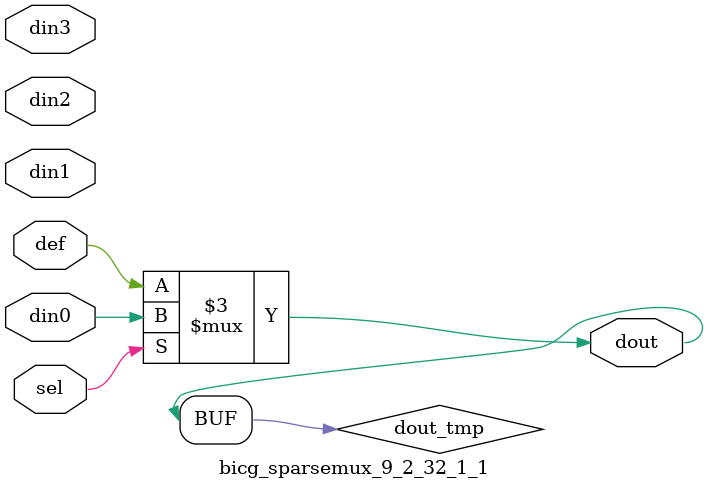
<source format=v>
`timescale 1ns / 1ps

module bicg_sparsemux_9_2_32_1_1 (din0,din1,din2,din3,def,sel,dout);

parameter din0_WIDTH = 1;

parameter din1_WIDTH = 1;

parameter din2_WIDTH = 1;

parameter din3_WIDTH = 1;

parameter def_WIDTH = 1;
parameter sel_WIDTH = 1;
parameter dout_WIDTH = 1;

parameter [sel_WIDTH-1:0] CASE0 = 1;

parameter [sel_WIDTH-1:0] CASE1 = 1;

parameter [sel_WIDTH-1:0] CASE2 = 1;

parameter [sel_WIDTH-1:0] CASE3 = 1;

parameter ID = 1;
parameter NUM_STAGE = 1;



input [din0_WIDTH-1:0] din0;

input [din1_WIDTH-1:0] din1;

input [din2_WIDTH-1:0] din2;

input [din3_WIDTH-1:0] din3;

input [def_WIDTH-1:0] def;
input [sel_WIDTH-1:0] sel;

output [dout_WIDTH-1:0] dout;



reg [dout_WIDTH-1:0] dout_tmp;

always @ (*) begin
case (sel)
    
    CASE0 : dout_tmp = din0;
    
    CASE1 : dout_tmp = din1;
    
    CASE2 : dout_tmp = din2;
    
    CASE3 : dout_tmp = din3;
    
    default : dout_tmp = def;
endcase
end


assign dout = dout_tmp;



endmodule

</source>
